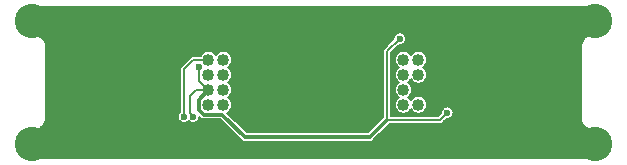
<source format=gbr>
G04 #@! TF.GenerationSoftware,KiCad,Pcbnew,(5.1.4)-1*
G04 #@! TF.CreationDate,2020-06-09T22:18:04-07:00*
G04 #@! TF.ProjectId,SkateLightBackLEDBoard,536b6174-654c-4696-9768-744261636b4c,rev?*
G04 #@! TF.SameCoordinates,Original*
G04 #@! TF.FileFunction,Copper,L2,Bot*
G04 #@! TF.FilePolarity,Positive*
%FSLAX46Y46*%
G04 Gerber Fmt 4.6, Leading zero omitted, Abs format (unit mm)*
G04 Created by KiCad (PCBNEW (5.1.4)-1) date 2020-06-09 22:18:04*
%MOMM*%
%LPD*%
G04 APERTURE LIST*
%ADD10C,1.016000*%
%ADD11C,2.921000*%
%ADD12C,0.100000*%
%ADD13C,8.636000*%
%ADD14C,0.600000*%
%ADD15C,0.200000*%
%ADD16C,0.350000*%
%ADD17C,0.152400*%
G04 APERTURE END LIST*
D10*
X7620000Y-1905000D03*
X8890000Y-1905000D03*
X7620000Y-635000D03*
X8890000Y-635000D03*
X7620000Y635000D03*
X8890000Y635000D03*
X7620000Y1905000D03*
X8890000Y1905000D03*
D11*
X8255000Y-4953000D03*
X-8255000Y4953000D03*
D10*
X-8890000Y-1905000D03*
X-7620000Y-1905000D03*
X-8890000Y-635000D03*
X-7620000Y-635000D03*
X-8890000Y635000D03*
X-7620000Y635000D03*
X-8890000Y1905000D03*
X-7620000Y1905000D03*
D11*
X23812500Y5207000D03*
X23812500Y-5207000D03*
X-23812500Y5207000D03*
X-23812500Y-5207000D03*
D12*
G36*
X-12589952Y4313842D02*
G01*
X-12506120Y4301406D01*
X-12423910Y4280814D01*
X-12344115Y4252262D01*
X-12267502Y4216027D01*
X-12194810Y4172457D01*
X-12126738Y4121972D01*
X-12063943Y4065057D01*
X-12007028Y4002262D01*
X-11956543Y3934190D01*
X-11912973Y3861498D01*
X-11876738Y3784885D01*
X-11848186Y3705090D01*
X-11827594Y3622880D01*
X-11815158Y3539048D01*
X-11811000Y3454400D01*
X-11811000Y-3454400D01*
X-11815158Y-3539048D01*
X-11827594Y-3622880D01*
X-11848186Y-3705090D01*
X-11876738Y-3784885D01*
X-11912973Y-3861498D01*
X-11956543Y-3934190D01*
X-12007028Y-4002262D01*
X-12063943Y-4065057D01*
X-12126738Y-4121972D01*
X-12194810Y-4172457D01*
X-12267502Y-4216027D01*
X-12344115Y-4252262D01*
X-12423910Y-4280814D01*
X-12506120Y-4301406D01*
X-12589952Y-4313842D01*
X-12674600Y-4318000D01*
X-20345400Y-4318000D01*
X-20430048Y-4313842D01*
X-20513880Y-4301406D01*
X-20596090Y-4280814D01*
X-20675885Y-4252262D01*
X-20752498Y-4216027D01*
X-20825190Y-4172457D01*
X-20893262Y-4121972D01*
X-20956057Y-4065057D01*
X-21012972Y-4002262D01*
X-21063457Y-3934190D01*
X-21107027Y-3861498D01*
X-21143262Y-3784885D01*
X-21171814Y-3705090D01*
X-21192406Y-3622880D01*
X-21204842Y-3539048D01*
X-21209000Y-3454400D01*
X-21209000Y3454400D01*
X-21204842Y3539048D01*
X-21192406Y3622880D01*
X-21171814Y3705090D01*
X-21143262Y3784885D01*
X-21107027Y3861498D01*
X-21063457Y3934190D01*
X-21012972Y4002262D01*
X-20956057Y4065057D01*
X-20893262Y4121972D01*
X-20825190Y4172457D01*
X-20752498Y4216027D01*
X-20675885Y4252262D01*
X-20596090Y4280814D01*
X-20513880Y4301406D01*
X-20430048Y4313842D01*
X-20345400Y4318000D01*
X-12674600Y4318000D01*
X-12589952Y4313842D01*
X-12589952Y4313842D01*
G37*
D13*
X-16510000Y0D03*
D12*
G36*
X3920048Y4313842D02*
G01*
X4003880Y4301406D01*
X4086090Y4280814D01*
X4165885Y4252262D01*
X4242498Y4216027D01*
X4315190Y4172457D01*
X4383262Y4121972D01*
X4446057Y4065057D01*
X4502972Y4002262D01*
X4553457Y3934190D01*
X4597027Y3861498D01*
X4633262Y3784885D01*
X4661814Y3705090D01*
X4682406Y3622880D01*
X4694842Y3539048D01*
X4699000Y3454400D01*
X4699000Y-3454400D01*
X4694842Y-3539048D01*
X4682406Y-3622880D01*
X4661814Y-3705090D01*
X4633262Y-3784885D01*
X4597027Y-3861498D01*
X4553457Y-3934190D01*
X4502972Y-4002262D01*
X4446057Y-4065057D01*
X4383262Y-4121972D01*
X4315190Y-4172457D01*
X4242498Y-4216027D01*
X4165885Y-4252262D01*
X4086090Y-4280814D01*
X4003880Y-4301406D01*
X3920048Y-4313842D01*
X3835400Y-4318000D01*
X-3835400Y-4318000D01*
X-3920048Y-4313842D01*
X-4003880Y-4301406D01*
X-4086090Y-4280814D01*
X-4165885Y-4252262D01*
X-4242498Y-4216027D01*
X-4315190Y-4172457D01*
X-4383262Y-4121972D01*
X-4446057Y-4065057D01*
X-4502972Y-4002262D01*
X-4553457Y-3934190D01*
X-4597027Y-3861498D01*
X-4633262Y-3784885D01*
X-4661814Y-3705090D01*
X-4682406Y-3622880D01*
X-4694842Y-3539048D01*
X-4699000Y-3454400D01*
X-4699000Y3454400D01*
X-4694842Y3539048D01*
X-4682406Y3622880D01*
X-4661814Y3705090D01*
X-4633262Y3784885D01*
X-4597027Y3861498D01*
X-4553457Y3934190D01*
X-4502972Y4002262D01*
X-4446057Y4065057D01*
X-4383262Y4121972D01*
X-4315190Y4172457D01*
X-4242498Y4216027D01*
X-4165885Y4252262D01*
X-4086090Y4280814D01*
X-4003880Y4301406D01*
X-3920048Y4313842D01*
X-3835400Y4318000D01*
X3835400Y4318000D01*
X3920048Y4313842D01*
X3920048Y4313842D01*
G37*
D13*
X0Y0D03*
D12*
G36*
X20430048Y4313842D02*
G01*
X20513880Y4301406D01*
X20596090Y4280814D01*
X20675885Y4252262D01*
X20752498Y4216027D01*
X20825190Y4172457D01*
X20893262Y4121972D01*
X20956057Y4065057D01*
X21012972Y4002262D01*
X21063457Y3934190D01*
X21107027Y3861498D01*
X21143262Y3784885D01*
X21171814Y3705090D01*
X21192406Y3622880D01*
X21204842Y3539048D01*
X21209000Y3454400D01*
X21209000Y-3454400D01*
X21204842Y-3539048D01*
X21192406Y-3622880D01*
X21171814Y-3705090D01*
X21143262Y-3784885D01*
X21107027Y-3861498D01*
X21063457Y-3934190D01*
X21012972Y-4002262D01*
X20956057Y-4065057D01*
X20893262Y-4121972D01*
X20825190Y-4172457D01*
X20752498Y-4216027D01*
X20675885Y-4252262D01*
X20596090Y-4280814D01*
X20513880Y-4301406D01*
X20430048Y-4313842D01*
X20345400Y-4318000D01*
X12674600Y-4318000D01*
X12589952Y-4313842D01*
X12506120Y-4301406D01*
X12423910Y-4280814D01*
X12344115Y-4252262D01*
X12267502Y-4216027D01*
X12194810Y-4172457D01*
X12126738Y-4121972D01*
X12063943Y-4065057D01*
X12007028Y-4002262D01*
X11956543Y-3934190D01*
X11912973Y-3861498D01*
X11876738Y-3784885D01*
X11848186Y-3705090D01*
X11827594Y-3622880D01*
X11815158Y-3539048D01*
X11811000Y-3454400D01*
X11811000Y3454400D01*
X11815158Y3539048D01*
X11827594Y3622880D01*
X11848186Y3705090D01*
X11876738Y3784885D01*
X11912973Y3861498D01*
X11956543Y3934190D01*
X12007028Y4002262D01*
X12063943Y4065057D01*
X12126738Y4121972D01*
X12194810Y4172457D01*
X12267502Y4216027D01*
X12344115Y4252262D01*
X12423910Y4280814D01*
X12506120Y4301406D01*
X12589952Y4313842D01*
X12674600Y4318000D01*
X20345400Y4318000D01*
X20430048Y4313842D01*
X20430048Y4313842D01*
G37*
D13*
X16510000Y0D03*
D14*
X10541000Y635000D03*
X-8255000Y-5715000D03*
X8255000Y5715000D03*
X-19050000Y5715000D03*
X-19050000Y-5715000D03*
X-13970000Y-5715000D03*
X-2540000Y-5715000D03*
X2540000Y-5715000D03*
X-2540000Y5715000D03*
X2540000Y5715000D03*
X13970000Y5715000D03*
X19050000Y5715000D03*
X19050000Y-5715000D03*
X13970000Y-5715000D03*
X-13970000Y5715000D03*
X-19050000Y0D03*
X-13970000Y0D03*
X13970000Y0D03*
X19050000Y0D03*
X22225000Y0D03*
X-22225000Y0D03*
X16510000Y5715000D03*
X11430000Y5715000D03*
X5080000Y5715000D03*
X0Y5715000D03*
X-5080000Y5715000D03*
X-11430000Y5715000D03*
X-16510000Y5715000D03*
X-21590000Y5715000D03*
X-21590000Y-5715000D03*
X-16510000Y-5715000D03*
X-11430000Y-5715000D03*
X-5080000Y-5715000D03*
X0Y-5715000D03*
X5080000Y-5715000D03*
X11430000Y-5715000D03*
X16510000Y-5715000D03*
X21590000Y-5715000D03*
X21590000Y5715000D03*
X-13970000Y-3810000D03*
X-13970000Y-1905000D03*
X-19050000Y-3810000D03*
X-19050000Y-1905000D03*
X-19050000Y3810000D03*
X-19050000Y1905000D03*
X-13970000Y3810000D03*
X-13970000Y1905000D03*
X-16510000Y0D03*
X-22225000Y1905000D03*
X-22225000Y-1905000D03*
X-2540000Y3810000D03*
X-2540000Y1905000D03*
X-2540000Y-3810000D03*
X-2540000Y-1905000D03*
X-5715000Y-3810000D03*
X2540000Y-3810000D03*
X2540000Y-1905000D03*
X2540000Y1905000D03*
X2540000Y3810000D03*
X5715000Y3175000D03*
X10795000Y3175000D03*
X13970000Y3810000D03*
X13970000Y1905000D03*
X13970000Y-1905000D03*
X13970000Y-3810000D03*
X19050000Y-3810000D03*
X19050000Y-1905000D03*
X16510000Y0D03*
X19050000Y1905000D03*
X19050000Y3810000D03*
X22225000Y1905000D03*
X22225000Y-1905000D03*
X-4445000Y0D03*
X-5969000Y-2032000D03*
X5334000Y-1651000D03*
X-10970000Y-2900000D03*
X-9670000Y1330000D03*
X-10180000Y-2900000D03*
X7305000Y3699000D03*
X11340000Y-2560000D03*
D15*
X-10155000Y1905000D02*
X-8890000Y1905000D01*
X-10970000Y-2900000D02*
X-10970000Y1090000D01*
X-10970000Y1090000D02*
X-10155000Y1905000D01*
D16*
X-9725401Y-2305993D02*
X-9290993Y-2740401D01*
X-8890000Y-635000D02*
X-9725401Y-1470401D01*
X-9725401Y-1470401D02*
X-9725401Y-2305993D01*
D15*
X-9670000Y145000D02*
X-9670000Y1330000D01*
X-8890000Y-635000D02*
X-9670000Y145000D01*
X-10479999Y-2600001D02*
X-10479999Y-1139999D01*
X-10180000Y-2900000D02*
X-10479999Y-2600001D01*
X-9975000Y-635000D02*
X-8890000Y-635000D01*
X-10479999Y-1139999D02*
X-9975000Y-635000D01*
D16*
X-5808144Y-4645410D02*
X4371590Y-4645410D01*
X-9290993Y-2740401D02*
X-7713153Y-2740401D01*
X-7713153Y-2740401D02*
X-5808144Y-4645410D01*
X4371590Y-4645410D02*
X4752590Y-4645410D01*
X4752590Y-4645410D02*
X6223000Y-3175000D01*
D15*
X6223000Y-3175000D02*
X6223000Y2617000D01*
X6223000Y2617000D02*
X7305000Y3699000D01*
X6223000Y-3175000D02*
X10579573Y-3175000D01*
X10725000Y-3175000D02*
X10579573Y-3175000D01*
X11340000Y-2560000D02*
X10725000Y-3175000D01*
D17*
G36*
X24046977Y6389146D02*
G01*
X24272131Y6321087D01*
X24479769Y6210594D01*
X24661994Y6061874D01*
X24811861Y5880592D01*
X24923662Y5673655D01*
X24993142Y5448940D01*
X25017650Y5215015D01*
X24996254Y4980779D01*
X24929769Y4755161D01*
X24820727Y4546751D01*
X24673283Y4363494D01*
X24493052Y4212365D01*
X24286898Y4099120D01*
X24062680Y4028077D01*
X23822046Y4001168D01*
X23712678Y4004450D01*
X23712535Y4004440D01*
X23651689Y4006439D01*
X23635983Y4005418D01*
X23620244Y4005523D01*
X23616715Y4005176D01*
X23468818Y3989581D01*
X23446230Y3984936D01*
X23423658Y3980623D01*
X23420268Y3979598D01*
X23420262Y3979597D01*
X23420256Y3979595D01*
X23278212Y3935573D01*
X23256947Y3926626D01*
X23235651Y3918014D01*
X23232529Y3916352D01*
X23232519Y3916348D01*
X23232511Y3916343D01*
X23101726Y3845572D01*
X23082657Y3832700D01*
X23063383Y3820079D01*
X23060636Y3817837D01*
X22946080Y3723003D01*
X22929824Y3706622D01*
X22913422Y3690550D01*
X22911168Y3687823D01*
X22911161Y3687816D01*
X22911156Y3687808D01*
X22817208Y3572539D01*
X22804438Y3553306D01*
X22791474Y3534359D01*
X22789794Y3531250D01*
X22789788Y3531241D01*
X22789784Y3531232D01*
X22720014Y3399908D01*
X22711225Y3378563D01*
X22702187Y3357457D01*
X22701139Y3354069D01*
X22658203Y3211685D01*
X22653723Y3189024D01*
X22648961Y3166582D01*
X22648592Y3163064D01*
X22648590Y3163054D01*
X22648590Y3163045D01*
X22636607Y3040410D01*
X22636600Y3040388D01*
X22632924Y3003064D01*
X22632925Y12469D01*
X22632924Y-3003064D01*
X22633436Y-3008265D01*
X22635559Y-3061562D01*
X22637717Y-3077155D01*
X22638755Y-3092856D01*
X22639357Y-3096351D01*
X22665644Y-3242726D01*
X22671922Y-3264941D01*
X22677857Y-3287118D01*
X22679126Y-3290429D01*
X22733343Y-3428910D01*
X22743804Y-3449458D01*
X22753945Y-3470085D01*
X22755830Y-3473082D01*
X22755833Y-3473087D01*
X22755836Y-3473091D01*
X22835915Y-3598399D01*
X22850183Y-3616543D01*
X22864123Y-3634788D01*
X22866553Y-3637361D01*
X22866558Y-3637367D01*
X22866563Y-3637372D01*
X22969455Y-3744738D01*
X22986929Y-3759726D01*
X23004193Y-3774956D01*
X23007083Y-3777011D01*
X23128876Y-3862352D01*
X23148955Y-3873675D01*
X23168822Y-3885247D01*
X23172056Y-3886702D01*
X23308105Y-3946761D01*
X23330039Y-3953981D01*
X23351737Y-3961460D01*
X23355182Y-3962257D01*
X23355192Y-3962260D01*
X23355202Y-3962261D01*
X23500315Y-3994749D01*
X23523186Y-3997565D01*
X23545972Y-4000694D01*
X23549516Y-4000807D01*
X23549517Y-4000807D01*
X23698188Y-4004490D01*
X23698411Y-4004474D01*
X23698937Y-4004490D01*
X23958976Y-4010759D01*
X24188536Y-4061991D01*
X24403777Y-4156838D01*
X24596491Y-4291682D01*
X24759348Y-4461395D01*
X24886136Y-4659503D01*
X24972031Y-4878466D01*
X25013761Y-5109946D01*
X25009734Y-5345124D01*
X24960106Y-5575033D01*
X24866765Y-5790929D01*
X24733268Y-5984583D01*
X24564699Y-6148619D01*
X24367480Y-6276788D01*
X24149119Y-6364210D01*
X23911139Y-6408829D01*
X23804981Y-6413500D01*
X-23799449Y-6413500D01*
X-24046977Y-6389146D01*
X-24272129Y-6321087D01*
X-24479766Y-6210596D01*
X-24661992Y-6061876D01*
X-24811860Y-5880595D01*
X-24923662Y-5673655D01*
X-24993142Y-5448937D01*
X-25017650Y-5215014D01*
X-24996254Y-4980779D01*
X-24929769Y-4755161D01*
X-24820728Y-4546754D01*
X-24673284Y-4363496D01*
X-24493057Y-4212368D01*
X-24286899Y-4099121D01*
X-24062680Y-4028077D01*
X-23822052Y-4001167D01*
X-23712678Y-4004450D01*
X-23712535Y-4004440D01*
X-23651689Y-4006439D01*
X-23635983Y-4005418D01*
X-23620244Y-4005523D01*
X-23616714Y-4005176D01*
X-23468818Y-3989581D01*
X-23446193Y-3984929D01*
X-23423658Y-3980622D01*
X-23420265Y-3979598D01*
X-23420259Y-3979596D01*
X-23278212Y-3935573D01*
X-23256934Y-3926620D01*
X-23235652Y-3918014D01*
X-23232529Y-3916352D01*
X-23232519Y-3916348D01*
X-23232511Y-3916343D01*
X-23101727Y-3845572D01*
X-23082619Y-3832675D01*
X-23063384Y-3820079D01*
X-23060636Y-3817837D01*
X-22946081Y-3723003D01*
X-22929839Y-3706637D01*
X-22913423Y-3690550D01*
X-22911163Y-3687817D01*
X-22817208Y-3572540D01*
X-22804442Y-3553312D01*
X-22791474Y-3534359D01*
X-22789788Y-3531240D01*
X-22720014Y-3399908D01*
X-22711215Y-3378539D01*
X-22702187Y-3357457D01*
X-22701139Y-3354069D01*
X-22658203Y-3211685D01*
X-22653723Y-3189024D01*
X-22648961Y-3166582D01*
X-22648592Y-3163064D01*
X-22648590Y-3163054D01*
X-22648590Y-3163045D01*
X-22636607Y-3040411D01*
X-22636600Y-3040389D01*
X-22632924Y-3003065D01*
X-22632924Y-2847937D01*
X-11498600Y-2847937D01*
X-11498600Y-2952063D01*
X-11478287Y-3054187D01*
X-11438440Y-3150386D01*
X-11380591Y-3236963D01*
X-11306963Y-3310591D01*
X-11220386Y-3368440D01*
X-11124187Y-3408287D01*
X-11022063Y-3428600D01*
X-10917937Y-3428600D01*
X-10815813Y-3408287D01*
X-10719614Y-3368440D01*
X-10633037Y-3310591D01*
X-10575000Y-3252554D01*
X-10516963Y-3310591D01*
X-10430386Y-3368440D01*
X-10334187Y-3408287D01*
X-10232063Y-3428600D01*
X-10127937Y-3428600D01*
X-10025813Y-3408287D01*
X-9929614Y-3368440D01*
X-9843037Y-3310591D01*
X-9769409Y-3236963D01*
X-9711560Y-3150386D01*
X-9671713Y-3054187D01*
X-9651400Y-2952063D01*
X-9651400Y-2950770D01*
X-9590402Y-3011768D01*
X-9577762Y-3027170D01*
X-9516306Y-3077605D01*
X-9454608Y-3110583D01*
X-9446191Y-3115082D01*
X-9370112Y-3138160D01*
X-9290993Y-3145953D01*
X-9271175Y-3144001D01*
X-7880328Y-3144001D01*
X-6107548Y-4916783D01*
X-6094913Y-4932179D01*
X-6033457Y-4982614D01*
X-5969110Y-5017008D01*
X-5963342Y-5020091D01*
X-5887263Y-5043169D01*
X-5808144Y-5050962D01*
X-5788326Y-5049010D01*
X4732772Y-5049010D01*
X4752590Y-5050962D01*
X4772408Y-5049010D01*
X4831709Y-5043169D01*
X4907788Y-5020091D01*
X4977903Y-4982614D01*
X5039359Y-4932179D01*
X5052003Y-4916772D01*
X6465176Y-3503600D01*
X10708868Y-3503600D01*
X10725000Y-3505189D01*
X10741132Y-3503600D01*
X10741135Y-3503600D01*
X10789417Y-3498845D01*
X10851358Y-3480055D01*
X10908443Y-3449542D01*
X10958479Y-3408479D01*
X10968766Y-3395944D01*
X11278073Y-3086638D01*
X11287937Y-3088600D01*
X11392063Y-3088600D01*
X11494187Y-3068287D01*
X11590386Y-3028440D01*
X11676963Y-2970591D01*
X11750591Y-2896963D01*
X11808440Y-2810386D01*
X11848287Y-2714187D01*
X11868600Y-2612063D01*
X11868600Y-2507937D01*
X11848287Y-2405813D01*
X11808440Y-2309614D01*
X11750591Y-2223037D01*
X11676963Y-2149409D01*
X11590386Y-2091560D01*
X11494187Y-2051713D01*
X11392063Y-2031400D01*
X11287937Y-2031400D01*
X11185813Y-2051713D01*
X11089614Y-2091560D01*
X11003037Y-2149409D01*
X10929409Y-2223037D01*
X10871560Y-2309614D01*
X10831713Y-2405813D01*
X10811400Y-2507937D01*
X10811400Y-2612063D01*
X10813362Y-2621927D01*
X10588890Y-2846400D01*
X6551600Y-2846400D01*
X6551600Y1977549D01*
X6883400Y1977549D01*
X6883400Y1832451D01*
X6911707Y1690142D01*
X6967234Y1556089D01*
X7047845Y1435445D01*
X7150445Y1332845D01*
X7244500Y1270000D01*
X7150445Y1207155D01*
X7047845Y1104555D01*
X6967234Y983911D01*
X6911707Y849858D01*
X6883400Y707549D01*
X6883400Y562451D01*
X6911707Y420142D01*
X6967234Y286089D01*
X7047845Y165445D01*
X7150445Y62845D01*
X7244500Y0D01*
X7150445Y-62845D01*
X7047845Y-165445D01*
X6967234Y-286089D01*
X6911707Y-420142D01*
X6883400Y-562451D01*
X6883400Y-707549D01*
X6911707Y-849858D01*
X6967234Y-983911D01*
X7047845Y-1104555D01*
X7150445Y-1207155D01*
X7244500Y-1270000D01*
X7150445Y-1332845D01*
X7047845Y-1435445D01*
X6967234Y-1556089D01*
X6911707Y-1690142D01*
X6883400Y-1832451D01*
X6883400Y-1977549D01*
X6911707Y-2119858D01*
X6967234Y-2253911D01*
X7047845Y-2374555D01*
X7150445Y-2477155D01*
X7271089Y-2557766D01*
X7405142Y-2613293D01*
X7547451Y-2641600D01*
X7692549Y-2641600D01*
X7834858Y-2613293D01*
X7968911Y-2557766D01*
X8089555Y-2477155D01*
X8192155Y-2374555D01*
X8255000Y-2280500D01*
X8317845Y-2374555D01*
X8420445Y-2477155D01*
X8541089Y-2557766D01*
X8675142Y-2613293D01*
X8817451Y-2641600D01*
X8962549Y-2641600D01*
X9104858Y-2613293D01*
X9238911Y-2557766D01*
X9359555Y-2477155D01*
X9462155Y-2374555D01*
X9542766Y-2253911D01*
X9598293Y-2119858D01*
X9626600Y-1977549D01*
X9626600Y-1832451D01*
X9598293Y-1690142D01*
X9542766Y-1556089D01*
X9462155Y-1435445D01*
X9359555Y-1332845D01*
X9238911Y-1252234D01*
X9104858Y-1196707D01*
X8962549Y-1168400D01*
X8817451Y-1168400D01*
X8675142Y-1196707D01*
X8541089Y-1252234D01*
X8420445Y-1332845D01*
X8317845Y-1435445D01*
X8255000Y-1529500D01*
X8192155Y-1435445D01*
X8089555Y-1332845D01*
X7995500Y-1270000D01*
X8089555Y-1207155D01*
X8192155Y-1104555D01*
X8272766Y-983911D01*
X8328293Y-849858D01*
X8356600Y-707549D01*
X8356600Y-562451D01*
X8328293Y-420142D01*
X8272766Y-286089D01*
X8192155Y-165445D01*
X8089555Y-62845D01*
X7995500Y0D01*
X8089555Y62845D01*
X8192155Y165445D01*
X8255000Y259500D01*
X8317845Y165445D01*
X8420445Y62845D01*
X8541089Y-17766D01*
X8675142Y-73293D01*
X8817451Y-101600D01*
X8962549Y-101600D01*
X9104858Y-73293D01*
X9238911Y-17766D01*
X9359555Y62845D01*
X9462155Y165445D01*
X9542766Y286089D01*
X9598293Y420142D01*
X9626600Y562451D01*
X9626600Y707549D01*
X9598293Y849858D01*
X9542766Y983911D01*
X9462155Y1104555D01*
X9359555Y1207155D01*
X9265500Y1270000D01*
X9359555Y1332845D01*
X9462155Y1435445D01*
X9542766Y1556089D01*
X9598293Y1690142D01*
X9626600Y1832451D01*
X9626600Y1977549D01*
X9598293Y2119858D01*
X9542766Y2253911D01*
X9462155Y2374555D01*
X9359555Y2477155D01*
X9238911Y2557766D01*
X9104858Y2613293D01*
X8962549Y2641600D01*
X8817451Y2641600D01*
X8675142Y2613293D01*
X8541089Y2557766D01*
X8420445Y2477155D01*
X8317845Y2374555D01*
X8255000Y2280500D01*
X8192155Y2374555D01*
X8089555Y2477155D01*
X7968911Y2557766D01*
X7834858Y2613293D01*
X7692549Y2641600D01*
X7547451Y2641600D01*
X7405142Y2613293D01*
X7271089Y2557766D01*
X7150445Y2477155D01*
X7047845Y2374555D01*
X6967234Y2253911D01*
X6911707Y2119858D01*
X6883400Y1977549D01*
X6551600Y1977549D01*
X6551600Y2480890D01*
X7243073Y3172362D01*
X7252937Y3170400D01*
X7357063Y3170400D01*
X7459187Y3190713D01*
X7555386Y3230560D01*
X7641963Y3288409D01*
X7715591Y3362037D01*
X7773440Y3448614D01*
X7813287Y3544813D01*
X7833600Y3646937D01*
X7833600Y3751063D01*
X7813287Y3853187D01*
X7773440Y3949386D01*
X7715591Y4035963D01*
X7641963Y4109591D01*
X7555386Y4167440D01*
X7459187Y4207287D01*
X7357063Y4227600D01*
X7252937Y4227600D01*
X7150813Y4207287D01*
X7054614Y4167440D01*
X6968037Y4109591D01*
X6894409Y4035963D01*
X6836560Y3949386D01*
X6796713Y3853187D01*
X6776400Y3751063D01*
X6776400Y3646937D01*
X6778362Y3637073D01*
X6002052Y2860762D01*
X5989522Y2850479D01*
X5979239Y2837949D01*
X5979236Y2837946D01*
X5948458Y2800443D01*
X5917945Y2743357D01*
X5899156Y2681416D01*
X5892811Y2617000D01*
X5894401Y2600858D01*
X5894400Y-2932824D01*
X4585415Y-4241810D01*
X-5640967Y-4241810D01*
X-7309219Y-2573560D01*
X-7271089Y-2557766D01*
X-7150445Y-2477155D01*
X-7047845Y-2374555D01*
X-6967234Y-2253911D01*
X-6911707Y-2119858D01*
X-6883400Y-1977549D01*
X-6883400Y-1832451D01*
X-6911707Y-1690142D01*
X-6967234Y-1556089D01*
X-7047845Y-1435445D01*
X-7150445Y-1332845D01*
X-7244500Y-1270000D01*
X-7150445Y-1207155D01*
X-7047845Y-1104555D01*
X-6967234Y-983911D01*
X-6911707Y-849858D01*
X-6883400Y-707549D01*
X-6883400Y-562451D01*
X-6911707Y-420142D01*
X-6967234Y-286089D01*
X-7047845Y-165445D01*
X-7150445Y-62845D01*
X-7244500Y0D01*
X-7150445Y62845D01*
X-7047845Y165445D01*
X-6967234Y286089D01*
X-6911707Y420142D01*
X-6883400Y562451D01*
X-6883400Y707549D01*
X-6911707Y849858D01*
X-6967234Y983911D01*
X-7047845Y1104555D01*
X-7150445Y1207155D01*
X-7244500Y1270000D01*
X-7150445Y1332845D01*
X-7047845Y1435445D01*
X-6967234Y1556089D01*
X-6911707Y1690142D01*
X-6883400Y1832451D01*
X-6883400Y1977549D01*
X-6911707Y2119858D01*
X-6967234Y2253911D01*
X-7047845Y2374555D01*
X-7150445Y2477155D01*
X-7271089Y2557766D01*
X-7405142Y2613293D01*
X-7547451Y2641600D01*
X-7692549Y2641600D01*
X-7834858Y2613293D01*
X-7968911Y2557766D01*
X-8089555Y2477155D01*
X-8192155Y2374555D01*
X-8255000Y2280500D01*
X-8317845Y2374555D01*
X-8420445Y2477155D01*
X-8541089Y2557766D01*
X-8675142Y2613293D01*
X-8817451Y2641600D01*
X-8962549Y2641600D01*
X-9104858Y2613293D01*
X-9238911Y2557766D01*
X-9359555Y2477155D01*
X-9462155Y2374555D01*
X-9542766Y2253911D01*
X-9551179Y2233600D01*
X-10138869Y2233600D01*
X-10155001Y2235189D01*
X-10171133Y2233600D01*
X-10171135Y2233600D01*
X-10219417Y2228845D01*
X-10281358Y2210055D01*
X-10338444Y2179542D01*
X-10375947Y2148764D01*
X-10388479Y2138479D01*
X-10398762Y2125949D01*
X-11190948Y1333762D01*
X-11203478Y1323479D01*
X-11213761Y1310949D01*
X-11213764Y1310946D01*
X-11244542Y1273443D01*
X-11275055Y1216357D01*
X-11293844Y1154416D01*
X-11300189Y1090000D01*
X-11298599Y1073858D01*
X-11298600Y-2483821D01*
X-11306963Y-2489409D01*
X-11380591Y-2563037D01*
X-11438440Y-2649614D01*
X-11478287Y-2745813D01*
X-11498600Y-2847937D01*
X-22632924Y-2847937D01*
X-22632924Y3003065D01*
X-22633436Y3008266D01*
X-22635559Y3061562D01*
X-22637717Y3077155D01*
X-22638755Y3092856D01*
X-22639357Y3096350D01*
X-22665644Y3242726D01*
X-22671922Y3264941D01*
X-22677857Y3287118D01*
X-22679126Y3290429D01*
X-22733343Y3428910D01*
X-22743804Y3449458D01*
X-22753945Y3470085D01*
X-22755830Y3473082D01*
X-22755833Y3473087D01*
X-22755836Y3473091D01*
X-22835915Y3598399D01*
X-22850210Y3616578D01*
X-22864123Y3634789D01*
X-22866553Y3637361D01*
X-22866558Y3637367D01*
X-22866563Y3637372D01*
X-22969455Y3744738D01*
X-22986951Y3759744D01*
X-23004193Y3774955D01*
X-23007083Y3777011D01*
X-23128876Y3862352D01*
X-23148955Y3873675D01*
X-23168822Y3885247D01*
X-23172047Y3886697D01*
X-23172056Y3886702D01*
X-23172065Y3886705D01*
X-23308105Y3946761D01*
X-23330049Y3953984D01*
X-23351737Y3961460D01*
X-23355182Y3962257D01*
X-23355192Y3962260D01*
X-23355202Y3962261D01*
X-23500316Y3994749D01*
X-23523210Y3997568D01*
X-23545972Y4000694D01*
X-23549506Y4000807D01*
X-23549517Y4000808D01*
X-23549527Y4000807D01*
X-23698188Y4004490D01*
X-23698411Y4004474D01*
X-23698936Y4004490D01*
X-23958976Y4010759D01*
X-24188535Y4061991D01*
X-24403777Y4156838D01*
X-24596491Y4291682D01*
X-24759348Y4461395D01*
X-24886136Y4659503D01*
X-24972031Y4878466D01*
X-25013761Y5109947D01*
X-25009734Y5345124D01*
X-24960106Y5575033D01*
X-24866764Y5790931D01*
X-24733264Y5984587D01*
X-24564697Y6148620D01*
X-24367478Y6276789D01*
X-24149119Y6364210D01*
X-23911139Y6408829D01*
X-23804982Y6413500D01*
X23799449Y6413500D01*
X24046977Y6389146D01*
X24046977Y6389146D01*
G37*
X24046977Y6389146D02*
X24272131Y6321087D01*
X24479769Y6210594D01*
X24661994Y6061874D01*
X24811861Y5880592D01*
X24923662Y5673655D01*
X24993142Y5448940D01*
X25017650Y5215015D01*
X24996254Y4980779D01*
X24929769Y4755161D01*
X24820727Y4546751D01*
X24673283Y4363494D01*
X24493052Y4212365D01*
X24286898Y4099120D01*
X24062680Y4028077D01*
X23822046Y4001168D01*
X23712678Y4004450D01*
X23712535Y4004440D01*
X23651689Y4006439D01*
X23635983Y4005418D01*
X23620244Y4005523D01*
X23616715Y4005176D01*
X23468818Y3989581D01*
X23446230Y3984936D01*
X23423658Y3980623D01*
X23420268Y3979598D01*
X23420262Y3979597D01*
X23420256Y3979595D01*
X23278212Y3935573D01*
X23256947Y3926626D01*
X23235651Y3918014D01*
X23232529Y3916352D01*
X23232519Y3916348D01*
X23232511Y3916343D01*
X23101726Y3845572D01*
X23082657Y3832700D01*
X23063383Y3820079D01*
X23060636Y3817837D01*
X22946080Y3723003D01*
X22929824Y3706622D01*
X22913422Y3690550D01*
X22911168Y3687823D01*
X22911161Y3687816D01*
X22911156Y3687808D01*
X22817208Y3572539D01*
X22804438Y3553306D01*
X22791474Y3534359D01*
X22789794Y3531250D01*
X22789788Y3531241D01*
X22789784Y3531232D01*
X22720014Y3399908D01*
X22711225Y3378563D01*
X22702187Y3357457D01*
X22701139Y3354069D01*
X22658203Y3211685D01*
X22653723Y3189024D01*
X22648961Y3166582D01*
X22648592Y3163064D01*
X22648590Y3163054D01*
X22648590Y3163045D01*
X22636607Y3040410D01*
X22636600Y3040388D01*
X22632924Y3003064D01*
X22632925Y12469D01*
X22632924Y-3003064D01*
X22633436Y-3008265D01*
X22635559Y-3061562D01*
X22637717Y-3077155D01*
X22638755Y-3092856D01*
X22639357Y-3096351D01*
X22665644Y-3242726D01*
X22671922Y-3264941D01*
X22677857Y-3287118D01*
X22679126Y-3290429D01*
X22733343Y-3428910D01*
X22743804Y-3449458D01*
X22753945Y-3470085D01*
X22755830Y-3473082D01*
X22755833Y-3473087D01*
X22755836Y-3473091D01*
X22835915Y-3598399D01*
X22850183Y-3616543D01*
X22864123Y-3634788D01*
X22866553Y-3637361D01*
X22866558Y-3637367D01*
X22866563Y-3637372D01*
X22969455Y-3744738D01*
X22986929Y-3759726D01*
X23004193Y-3774956D01*
X23007083Y-3777011D01*
X23128876Y-3862352D01*
X23148955Y-3873675D01*
X23168822Y-3885247D01*
X23172056Y-3886702D01*
X23308105Y-3946761D01*
X23330039Y-3953981D01*
X23351737Y-3961460D01*
X23355182Y-3962257D01*
X23355192Y-3962260D01*
X23355202Y-3962261D01*
X23500315Y-3994749D01*
X23523186Y-3997565D01*
X23545972Y-4000694D01*
X23549516Y-4000807D01*
X23549517Y-4000807D01*
X23698188Y-4004490D01*
X23698411Y-4004474D01*
X23698937Y-4004490D01*
X23958976Y-4010759D01*
X24188536Y-4061991D01*
X24403777Y-4156838D01*
X24596491Y-4291682D01*
X24759348Y-4461395D01*
X24886136Y-4659503D01*
X24972031Y-4878466D01*
X25013761Y-5109946D01*
X25009734Y-5345124D01*
X24960106Y-5575033D01*
X24866765Y-5790929D01*
X24733268Y-5984583D01*
X24564699Y-6148619D01*
X24367480Y-6276788D01*
X24149119Y-6364210D01*
X23911139Y-6408829D01*
X23804981Y-6413500D01*
X-23799449Y-6413500D01*
X-24046977Y-6389146D01*
X-24272129Y-6321087D01*
X-24479766Y-6210596D01*
X-24661992Y-6061876D01*
X-24811860Y-5880595D01*
X-24923662Y-5673655D01*
X-24993142Y-5448937D01*
X-25017650Y-5215014D01*
X-24996254Y-4980779D01*
X-24929769Y-4755161D01*
X-24820728Y-4546754D01*
X-24673284Y-4363496D01*
X-24493057Y-4212368D01*
X-24286899Y-4099121D01*
X-24062680Y-4028077D01*
X-23822052Y-4001167D01*
X-23712678Y-4004450D01*
X-23712535Y-4004440D01*
X-23651689Y-4006439D01*
X-23635983Y-4005418D01*
X-23620244Y-4005523D01*
X-23616714Y-4005176D01*
X-23468818Y-3989581D01*
X-23446193Y-3984929D01*
X-23423658Y-3980622D01*
X-23420265Y-3979598D01*
X-23420259Y-3979596D01*
X-23278212Y-3935573D01*
X-23256934Y-3926620D01*
X-23235652Y-3918014D01*
X-23232529Y-3916352D01*
X-23232519Y-3916348D01*
X-23232511Y-3916343D01*
X-23101727Y-3845572D01*
X-23082619Y-3832675D01*
X-23063384Y-3820079D01*
X-23060636Y-3817837D01*
X-22946081Y-3723003D01*
X-22929839Y-3706637D01*
X-22913423Y-3690550D01*
X-22911163Y-3687817D01*
X-22817208Y-3572540D01*
X-22804442Y-3553312D01*
X-22791474Y-3534359D01*
X-22789788Y-3531240D01*
X-22720014Y-3399908D01*
X-22711215Y-3378539D01*
X-22702187Y-3357457D01*
X-22701139Y-3354069D01*
X-22658203Y-3211685D01*
X-22653723Y-3189024D01*
X-22648961Y-3166582D01*
X-22648592Y-3163064D01*
X-22648590Y-3163054D01*
X-22648590Y-3163045D01*
X-22636607Y-3040411D01*
X-22636600Y-3040389D01*
X-22632924Y-3003065D01*
X-22632924Y-2847937D01*
X-11498600Y-2847937D01*
X-11498600Y-2952063D01*
X-11478287Y-3054187D01*
X-11438440Y-3150386D01*
X-11380591Y-3236963D01*
X-11306963Y-3310591D01*
X-11220386Y-3368440D01*
X-11124187Y-3408287D01*
X-11022063Y-3428600D01*
X-10917937Y-3428600D01*
X-10815813Y-3408287D01*
X-10719614Y-3368440D01*
X-10633037Y-3310591D01*
X-10575000Y-3252554D01*
X-10516963Y-3310591D01*
X-10430386Y-3368440D01*
X-10334187Y-3408287D01*
X-10232063Y-3428600D01*
X-10127937Y-3428600D01*
X-10025813Y-3408287D01*
X-9929614Y-3368440D01*
X-9843037Y-3310591D01*
X-9769409Y-3236963D01*
X-9711560Y-3150386D01*
X-9671713Y-3054187D01*
X-9651400Y-2952063D01*
X-9651400Y-2950770D01*
X-9590402Y-3011768D01*
X-9577762Y-3027170D01*
X-9516306Y-3077605D01*
X-9454608Y-3110583D01*
X-9446191Y-3115082D01*
X-9370112Y-3138160D01*
X-9290993Y-3145953D01*
X-9271175Y-3144001D01*
X-7880328Y-3144001D01*
X-6107548Y-4916783D01*
X-6094913Y-4932179D01*
X-6033457Y-4982614D01*
X-5969110Y-5017008D01*
X-5963342Y-5020091D01*
X-5887263Y-5043169D01*
X-5808144Y-5050962D01*
X-5788326Y-5049010D01*
X4732772Y-5049010D01*
X4752590Y-5050962D01*
X4772408Y-5049010D01*
X4831709Y-5043169D01*
X4907788Y-5020091D01*
X4977903Y-4982614D01*
X5039359Y-4932179D01*
X5052003Y-4916772D01*
X6465176Y-3503600D01*
X10708868Y-3503600D01*
X10725000Y-3505189D01*
X10741132Y-3503600D01*
X10741135Y-3503600D01*
X10789417Y-3498845D01*
X10851358Y-3480055D01*
X10908443Y-3449542D01*
X10958479Y-3408479D01*
X10968766Y-3395944D01*
X11278073Y-3086638D01*
X11287937Y-3088600D01*
X11392063Y-3088600D01*
X11494187Y-3068287D01*
X11590386Y-3028440D01*
X11676963Y-2970591D01*
X11750591Y-2896963D01*
X11808440Y-2810386D01*
X11848287Y-2714187D01*
X11868600Y-2612063D01*
X11868600Y-2507937D01*
X11848287Y-2405813D01*
X11808440Y-2309614D01*
X11750591Y-2223037D01*
X11676963Y-2149409D01*
X11590386Y-2091560D01*
X11494187Y-2051713D01*
X11392063Y-2031400D01*
X11287937Y-2031400D01*
X11185813Y-2051713D01*
X11089614Y-2091560D01*
X11003037Y-2149409D01*
X10929409Y-2223037D01*
X10871560Y-2309614D01*
X10831713Y-2405813D01*
X10811400Y-2507937D01*
X10811400Y-2612063D01*
X10813362Y-2621927D01*
X10588890Y-2846400D01*
X6551600Y-2846400D01*
X6551600Y1977549D01*
X6883400Y1977549D01*
X6883400Y1832451D01*
X6911707Y1690142D01*
X6967234Y1556089D01*
X7047845Y1435445D01*
X7150445Y1332845D01*
X7244500Y1270000D01*
X7150445Y1207155D01*
X7047845Y1104555D01*
X6967234Y983911D01*
X6911707Y849858D01*
X6883400Y707549D01*
X6883400Y562451D01*
X6911707Y420142D01*
X6967234Y286089D01*
X7047845Y165445D01*
X7150445Y62845D01*
X7244500Y0D01*
X7150445Y-62845D01*
X7047845Y-165445D01*
X6967234Y-286089D01*
X6911707Y-420142D01*
X6883400Y-562451D01*
X6883400Y-707549D01*
X6911707Y-849858D01*
X6967234Y-983911D01*
X7047845Y-1104555D01*
X7150445Y-1207155D01*
X7244500Y-1270000D01*
X7150445Y-1332845D01*
X7047845Y-1435445D01*
X6967234Y-1556089D01*
X6911707Y-1690142D01*
X6883400Y-1832451D01*
X6883400Y-1977549D01*
X6911707Y-2119858D01*
X6967234Y-2253911D01*
X7047845Y-2374555D01*
X7150445Y-2477155D01*
X7271089Y-2557766D01*
X7405142Y-2613293D01*
X7547451Y-2641600D01*
X7692549Y-2641600D01*
X7834858Y-2613293D01*
X7968911Y-2557766D01*
X8089555Y-2477155D01*
X8192155Y-2374555D01*
X8255000Y-2280500D01*
X8317845Y-2374555D01*
X8420445Y-2477155D01*
X8541089Y-2557766D01*
X8675142Y-2613293D01*
X8817451Y-2641600D01*
X8962549Y-2641600D01*
X9104858Y-2613293D01*
X9238911Y-2557766D01*
X9359555Y-2477155D01*
X9462155Y-2374555D01*
X9542766Y-2253911D01*
X9598293Y-2119858D01*
X9626600Y-1977549D01*
X9626600Y-1832451D01*
X9598293Y-1690142D01*
X9542766Y-1556089D01*
X9462155Y-1435445D01*
X9359555Y-1332845D01*
X9238911Y-1252234D01*
X9104858Y-1196707D01*
X8962549Y-1168400D01*
X8817451Y-1168400D01*
X8675142Y-1196707D01*
X8541089Y-1252234D01*
X8420445Y-1332845D01*
X8317845Y-1435445D01*
X8255000Y-1529500D01*
X8192155Y-1435445D01*
X8089555Y-1332845D01*
X7995500Y-1270000D01*
X8089555Y-1207155D01*
X8192155Y-1104555D01*
X8272766Y-983911D01*
X8328293Y-849858D01*
X8356600Y-707549D01*
X8356600Y-562451D01*
X8328293Y-420142D01*
X8272766Y-286089D01*
X8192155Y-165445D01*
X8089555Y-62845D01*
X7995500Y0D01*
X8089555Y62845D01*
X8192155Y165445D01*
X8255000Y259500D01*
X8317845Y165445D01*
X8420445Y62845D01*
X8541089Y-17766D01*
X8675142Y-73293D01*
X8817451Y-101600D01*
X8962549Y-101600D01*
X9104858Y-73293D01*
X9238911Y-17766D01*
X9359555Y62845D01*
X9462155Y165445D01*
X9542766Y286089D01*
X9598293Y420142D01*
X9626600Y562451D01*
X9626600Y707549D01*
X9598293Y849858D01*
X9542766Y983911D01*
X9462155Y1104555D01*
X9359555Y1207155D01*
X9265500Y1270000D01*
X9359555Y1332845D01*
X9462155Y1435445D01*
X9542766Y1556089D01*
X9598293Y1690142D01*
X9626600Y1832451D01*
X9626600Y1977549D01*
X9598293Y2119858D01*
X9542766Y2253911D01*
X9462155Y2374555D01*
X9359555Y2477155D01*
X9238911Y2557766D01*
X9104858Y2613293D01*
X8962549Y2641600D01*
X8817451Y2641600D01*
X8675142Y2613293D01*
X8541089Y2557766D01*
X8420445Y2477155D01*
X8317845Y2374555D01*
X8255000Y2280500D01*
X8192155Y2374555D01*
X8089555Y2477155D01*
X7968911Y2557766D01*
X7834858Y2613293D01*
X7692549Y2641600D01*
X7547451Y2641600D01*
X7405142Y2613293D01*
X7271089Y2557766D01*
X7150445Y2477155D01*
X7047845Y2374555D01*
X6967234Y2253911D01*
X6911707Y2119858D01*
X6883400Y1977549D01*
X6551600Y1977549D01*
X6551600Y2480890D01*
X7243073Y3172362D01*
X7252937Y3170400D01*
X7357063Y3170400D01*
X7459187Y3190713D01*
X7555386Y3230560D01*
X7641963Y3288409D01*
X7715591Y3362037D01*
X7773440Y3448614D01*
X7813287Y3544813D01*
X7833600Y3646937D01*
X7833600Y3751063D01*
X7813287Y3853187D01*
X7773440Y3949386D01*
X7715591Y4035963D01*
X7641963Y4109591D01*
X7555386Y4167440D01*
X7459187Y4207287D01*
X7357063Y4227600D01*
X7252937Y4227600D01*
X7150813Y4207287D01*
X7054614Y4167440D01*
X6968037Y4109591D01*
X6894409Y4035963D01*
X6836560Y3949386D01*
X6796713Y3853187D01*
X6776400Y3751063D01*
X6776400Y3646937D01*
X6778362Y3637073D01*
X6002052Y2860762D01*
X5989522Y2850479D01*
X5979239Y2837949D01*
X5979236Y2837946D01*
X5948458Y2800443D01*
X5917945Y2743357D01*
X5899156Y2681416D01*
X5892811Y2617000D01*
X5894401Y2600858D01*
X5894400Y-2932824D01*
X4585415Y-4241810D01*
X-5640967Y-4241810D01*
X-7309219Y-2573560D01*
X-7271089Y-2557766D01*
X-7150445Y-2477155D01*
X-7047845Y-2374555D01*
X-6967234Y-2253911D01*
X-6911707Y-2119858D01*
X-6883400Y-1977549D01*
X-6883400Y-1832451D01*
X-6911707Y-1690142D01*
X-6967234Y-1556089D01*
X-7047845Y-1435445D01*
X-7150445Y-1332845D01*
X-7244500Y-1270000D01*
X-7150445Y-1207155D01*
X-7047845Y-1104555D01*
X-6967234Y-983911D01*
X-6911707Y-849858D01*
X-6883400Y-707549D01*
X-6883400Y-562451D01*
X-6911707Y-420142D01*
X-6967234Y-286089D01*
X-7047845Y-165445D01*
X-7150445Y-62845D01*
X-7244500Y0D01*
X-7150445Y62845D01*
X-7047845Y165445D01*
X-6967234Y286089D01*
X-6911707Y420142D01*
X-6883400Y562451D01*
X-6883400Y707549D01*
X-6911707Y849858D01*
X-6967234Y983911D01*
X-7047845Y1104555D01*
X-7150445Y1207155D01*
X-7244500Y1270000D01*
X-7150445Y1332845D01*
X-7047845Y1435445D01*
X-6967234Y1556089D01*
X-6911707Y1690142D01*
X-6883400Y1832451D01*
X-6883400Y1977549D01*
X-6911707Y2119858D01*
X-6967234Y2253911D01*
X-7047845Y2374555D01*
X-7150445Y2477155D01*
X-7271089Y2557766D01*
X-7405142Y2613293D01*
X-7547451Y2641600D01*
X-7692549Y2641600D01*
X-7834858Y2613293D01*
X-7968911Y2557766D01*
X-8089555Y2477155D01*
X-8192155Y2374555D01*
X-8255000Y2280500D01*
X-8317845Y2374555D01*
X-8420445Y2477155D01*
X-8541089Y2557766D01*
X-8675142Y2613293D01*
X-8817451Y2641600D01*
X-8962549Y2641600D01*
X-9104858Y2613293D01*
X-9238911Y2557766D01*
X-9359555Y2477155D01*
X-9462155Y2374555D01*
X-9542766Y2253911D01*
X-9551179Y2233600D01*
X-10138869Y2233600D01*
X-10155001Y2235189D01*
X-10171133Y2233600D01*
X-10171135Y2233600D01*
X-10219417Y2228845D01*
X-10281358Y2210055D01*
X-10338444Y2179542D01*
X-10375947Y2148764D01*
X-10388479Y2138479D01*
X-10398762Y2125949D01*
X-11190948Y1333762D01*
X-11203478Y1323479D01*
X-11213761Y1310949D01*
X-11213764Y1310946D01*
X-11244542Y1273443D01*
X-11275055Y1216357D01*
X-11293844Y1154416D01*
X-11300189Y1090000D01*
X-11298599Y1073858D01*
X-11298600Y-2483821D01*
X-11306963Y-2489409D01*
X-11380591Y-2563037D01*
X-11438440Y-2649614D01*
X-11478287Y-2745813D01*
X-11498600Y-2847937D01*
X-22632924Y-2847937D01*
X-22632924Y3003065D01*
X-22633436Y3008266D01*
X-22635559Y3061562D01*
X-22637717Y3077155D01*
X-22638755Y3092856D01*
X-22639357Y3096350D01*
X-22665644Y3242726D01*
X-22671922Y3264941D01*
X-22677857Y3287118D01*
X-22679126Y3290429D01*
X-22733343Y3428910D01*
X-22743804Y3449458D01*
X-22753945Y3470085D01*
X-22755830Y3473082D01*
X-22755833Y3473087D01*
X-22755836Y3473091D01*
X-22835915Y3598399D01*
X-22850210Y3616578D01*
X-22864123Y3634789D01*
X-22866553Y3637361D01*
X-22866558Y3637367D01*
X-22866563Y3637372D01*
X-22969455Y3744738D01*
X-22986951Y3759744D01*
X-23004193Y3774955D01*
X-23007083Y3777011D01*
X-23128876Y3862352D01*
X-23148955Y3873675D01*
X-23168822Y3885247D01*
X-23172047Y3886697D01*
X-23172056Y3886702D01*
X-23172065Y3886705D01*
X-23308105Y3946761D01*
X-23330049Y3953984D01*
X-23351737Y3961460D01*
X-23355182Y3962257D01*
X-23355192Y3962260D01*
X-23355202Y3962261D01*
X-23500316Y3994749D01*
X-23523210Y3997568D01*
X-23545972Y4000694D01*
X-23549506Y4000807D01*
X-23549517Y4000808D01*
X-23549527Y4000807D01*
X-23698188Y4004490D01*
X-23698411Y4004474D01*
X-23698936Y4004490D01*
X-23958976Y4010759D01*
X-24188535Y4061991D01*
X-24403777Y4156838D01*
X-24596491Y4291682D01*
X-24759348Y4461395D01*
X-24886136Y4659503D01*
X-24972031Y4878466D01*
X-25013761Y5109947D01*
X-25009734Y5345124D01*
X-24960106Y5575033D01*
X-24866764Y5790931D01*
X-24733264Y5984587D01*
X-24564697Y6148620D01*
X-24367478Y6276789D01*
X-24149119Y6364210D01*
X-23911139Y6408829D01*
X-23804982Y6413500D01*
X23799449Y6413500D01*
X24046977Y6389146D01*
M02*

</source>
